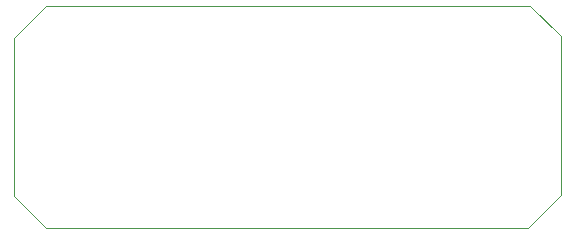
<source format=gm1>
G04 #@! TF.FileFunction,Profile,NP*
%FSLAX46Y46*%
G04 Gerber Fmt 4.6, Leading zero omitted, Abs format (unit mm)*
G04 Created by KiCad (PCBNEW (2015-07-11 BZR 5925, Git c291b88)-product) date 8/6/2015 4:30:13 PM*
%MOMM*%
G01*
G04 APERTURE LIST*
%ADD10C,0.100000*%
G04 APERTURE END LIST*
D10*
X64600000Y-115300000D02*
X64100000Y-114800000D01*
X105400000Y-115300000D02*
X64600000Y-115300000D01*
X105900000Y-114800000D02*
X105400000Y-115300000D01*
X105900000Y-114800000D02*
X108200000Y-112500000D01*
X61900000Y-112600000D02*
X64100000Y-114800000D01*
X61900000Y-99200000D02*
X61900000Y-112600000D01*
X108200000Y-99100000D02*
X108200000Y-112500000D01*
X108200000Y-99100000D02*
X105600000Y-96500000D01*
X105400000Y-96500000D02*
X105600000Y-96500000D01*
X64600000Y-96500000D02*
X105400000Y-96500000D01*
X63500000Y-97600000D02*
X64600000Y-96500000D01*
X61900000Y-99200000D02*
X63500000Y-97600000D01*
M02*

</source>
